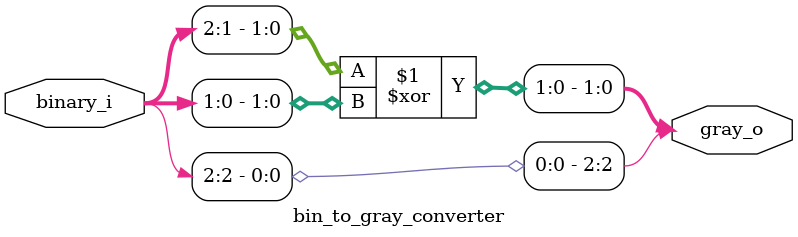
<source format=sv>
module bin_to_gray_converter #(
    parameter LENGTH = 3
) (
    input  logic [LENGTH-1:0] binary_i,
    output logic [LENGTH-1:0] gray_o
);

assign gray_o = {binary_i[LENGTH-1], binary_i[LENGTH-1:1] ^ binary_i[LENGTH-2:0]};

endmodule

</source>
